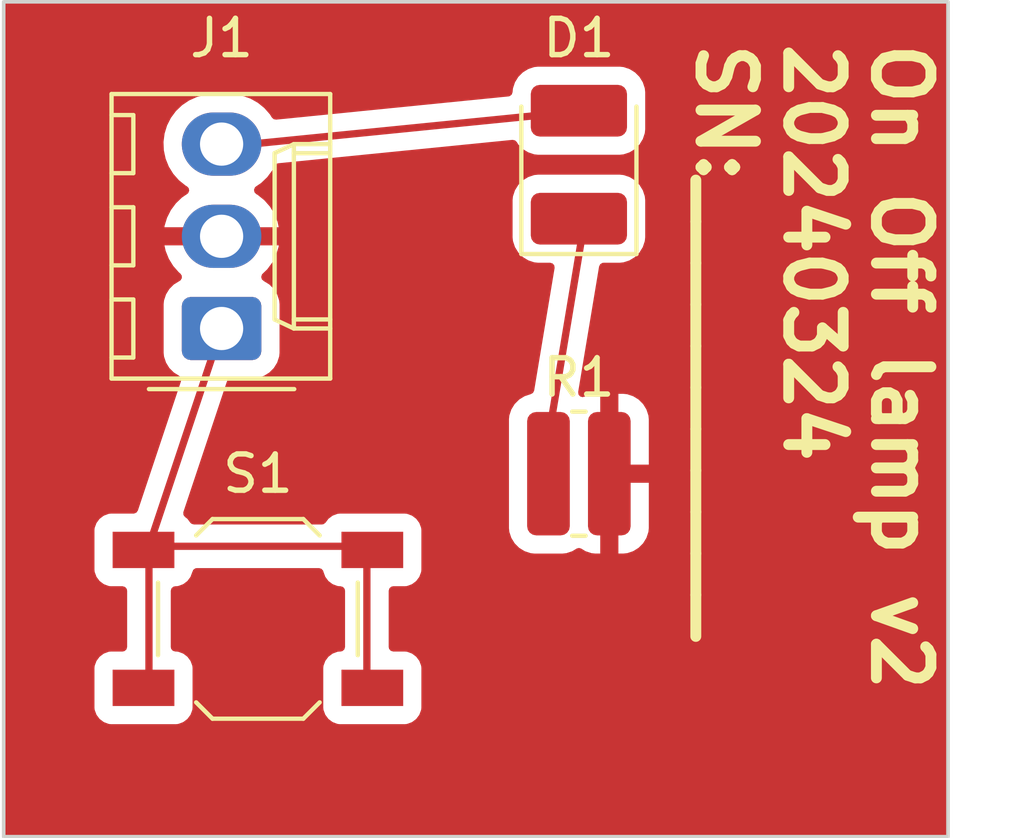
<source format=kicad_pcb>
(kicad_pcb (version 20221018) (generator pcbnew)
  (layers (0 "F.Cu" signal) (31 "B.Cu" signal) (34 "B.Paste" user) (35 "F.Paste" user) (36 "B.SilkS" user "B.Silkscreen") (37 "F.SilkS" user "F.Silkscreen") (38 "B.Mask" user) (39 "F.Mask" user) (44 "Edge.Cuts" user))
  (net 0 "")
  (net 1 "Net-(D1-K)")
  (net 2 "+3.3V")
  (net 3 "GND")
  (net 4 "Net-(J1-Pin_1)")
  (footprint "Button_Switch_SMD:SW_SPST_TL3342" (layer "F.Cu") (at 134 119)
    (fp_text reference "S1" (at 0 -4) (layer "F.SilkS"))
    (fp_text value "SWITCH_TACTILE_SPST-NO_0.05A_24V")
    (fp_line (start -2.75 -1) (end -2.75 1) (stroke (width 0.12)) (layer "F.SilkS"))
    (fp_line (start -1.7 -2.3) (end -1.25 -2.75) (stroke (width 0.12)) (layer "F.SilkS"))
    (fp_line (start -1.7 2.3) (end -1.25 2.75) (stroke (width 0.12)) (layer "F.SilkS"))
    (fp_line (start -1.25 -2.75) (end 1.25 -2.75) (stroke (width 0.12)) (layer "F.SilkS"))
    (fp_line (start -1.25 2.75) (end 1.25 2.75) (stroke (width 0.12)) (layer "F.SilkS"))
    (fp_line (start 1.7 -2.3) (end 1.25 -2.75) (stroke (width 0.12)) (layer "F.SilkS"))
    (fp_line (start 1.7 2.3) (end 1.25 2.75) (stroke (width 0.12)) (layer "F.SilkS"))
    (fp_line (start 2.75 -1) (end 2.75 1) (stroke (width 0.12)) (layer "F.SilkS"))
    (pad "1" smd rect (at -3.15 -1.9) (size 1.7 1) (layers "F.Cu" "F.Paste" "F.Mask") (net 4 "Net-(J1-Pin_1)"))
    (pad "1" smd rect (at 3.15 -1.9) (size 1.7 1) (layers "F.Cu" "F.Paste" "F.Mask") (net 4 "Net-(J1-Pin_1)"))
    (pad "2" smd rect (at -3.15 1.9) (size 1.7 1) (layers "F.Cu" "F.Paste" "F.Mask") (net 4 "Net-(J1-Pin_1)"))
    (pad "2" smd rect (at 3.15 1.9) (size 1.7 1) (layers "F.Cu" "F.Paste" "F.Mask") (net 4 "Net-(J1-Pin_1)"))
  )
  (footprint "LED_SMD:LED_1210_3225Metric_Pad1.42x2.65mm_HandSolder" (layer "F.Cu") (at 142.8375 106.4875 90)
    (fp_text reference "D1" (at 3.4875 0 180) (layer "F.SilkS"))
    (fp_text value "LED")
    (fp_line (start -2.46 -1.585) (end -2.46 1.585) (stroke (width 0.12)) (layer "F.SilkS"))
    (fp_line (start -2.46 1.585) (end 1.6 1.585) (stroke (width 0.12)) (layer "F.SilkS"))
    (fp_line (start 1.6 -1.585) (end -2.46 -1.585) (stroke (width 0.12)) (layer "F.SilkS"))
    (pad "1" smd roundrect (at -1.4875 0 90) (size 1.425 2.65) (layers "F.Cu" "F.Paste" "F.Mask") (roundrect_rratio 0.175439) (net 1 "Net-(D1-K)"))
    (pad "2" smd roundrect (at 1.4875 0 90) (size 1.425 2.65) (layers "F.Cu" "F.Paste" "F.Mask") (roundrect_rratio 0.175439) (net 2 "+3.3V"))
  )
  (footprint "Connector_Molex:Molex_KK-254_AE-6410-03A_1x03_P2.54mm_Vertical" (layer "F.Cu") (at 133 111 90)
    (fp_text reference "J1" (at 8 0 180) (layer "F.SilkS"))
    (fp_text value "Conn_01x03")
    (fp_line (start -1.67 -2) (end -1.67 2) (stroke (width 0.12)) (layer "F.SilkS"))
    (fp_line (start -1.38 -3.03) (end -1.38 2.99) (stroke (width 0.12)) (layer "F.SilkS"))
    (fp_line (start -1.38 2.99) (end 6.46 2.99) (stroke (width 0.12)) (layer "F.SilkS"))
    (fp_line (start -0.8 -3.03) (end -0.8 -2.43) (stroke (width 0.12)) (layer "F.SilkS"))
    (fp_line (start -0.8 -2.43) (end 0.8 -2.43) (stroke (width 0.12)) (layer "F.SilkS"))
    (fp_line (start 0 1.99) (end 0.25 1.46) (stroke (width 0.12)) (layer "F.SilkS"))
    (fp_line (start 0 1.99) (end 5.08 1.99) (stroke (width 0.12)) (layer "F.SilkS"))
    (fp_line (start 0 2.99) (end 0 1.99) (stroke (width 0.12)) (layer "F.SilkS"))
    (fp_line (start 0.25 1.46) (end 4.83 1.46) (stroke (width 0.12)) (layer "F.SilkS"))
    (fp_line (start 0.25 2.99) (end 0.25 1.99) (stroke (width 0.12)) (layer "F.SilkS"))
    (fp_line (start 0.8 -2.43) (end 0.8 -3.03) (stroke (width 0.12)) (layer "F.SilkS"))
    (fp_line (start 1.74 -3.03) (end 1.74 -2.43) (stroke (width 0.12)) (layer "F.SilkS"))
    (fp_line (start 1.74 -2.43) (end 3.34 -2.43) (stroke (width 0.12)) (layer "F.SilkS"))
    (fp_line (start 3.34 -2.43) (end 3.34 -3.03) (stroke (width 0.12)) (layer "F.SilkS"))
    (fp_line (start 4.28 -3.03) (end 4.28 -2.43) (stroke (width 0.12)) (layer "F.SilkS"))
    (fp_line (start 4.28 -2.43) (end 5.88 -2.43) (stroke (width 0.12)) (layer "F.SilkS"))
    (fp_line (start 4.83 1.46) (end 5.08 1.99) (stroke (width 0.12)) (layer "F.SilkS"))
    (fp_line (start 4.83 2.99) (end 4.83 1.99) (stroke (width 0.12)) (layer "F.SilkS"))
    (fp_line (start 5.08 1.99) (end 5.08 2.99) (stroke (width 0.12)) (layer "F.SilkS"))
    (fp_line (start 5.88 -2.43) (end 5.88 -3.03) (stroke (width 0.12)) (layer "F.SilkS"))
    (fp_line (start 6.46 -3.03) (end -1.38 -3.03) (stroke (width 0.12)) (layer "F.SilkS"))
    (fp_line (start 6.46 2.99) (end 6.46 -3.03) (stroke (width 0.12)) (layer "F.SilkS"))
    (pad "1" thru_hole roundrect (at 0 0 90) (size 1.74 2.19) (drill 1.19) (layers "*.Cu" "*.Mask") (roundrect_rratio 0.143678) (net 4 "Net-(J1-Pin_1)"))
    (pad "2" thru_hole oval (at 2.54 0 90) (size 1.74 2.19) (drill 1.19) (layers "*.Cu" "*.Mask") (net 3 "GND"))
    (pad "3" thru_hole oval (at 5.08 0 90) (size 1.74 2.19) (drill 1.19) (layers "*.Cu" "*.Mask") (net 2 "+3.3V"))
  )
  (footprint "Resistor_SMD:R_0612_1632Metric_Pad1.18x3.40mm_HandSolder" (layer "F.Cu") (at 142.8375 115)
    (fp_text reference "R1" (at 0 -2.65) (layer "F.SilkS"))
    (fp_text value "R_Small")
    (fp_line (start -0.182983 -1.71) (end 0.182983 -1.71) (stroke (width 0.12)) (layer "F.SilkS"))
    (fp_line (start -0.182983 1.71) (end 0.182983 1.71) (stroke (width 0.12)) (layer "F.SilkS"))
    (pad "1" smd roundrect (at -0.8375 0) (size 1.175 3.4) (layers "F.Cu" "F.Paste" "F.Mask") (roundrect_rratio 0.212766) (net 1 "Net-(D1-K)"))
    (pad "2" smd roundrect (at 0.8375 0) (size 1.175 3.4) (layers "F.Cu" "F.Paste" "F.Mask") (roundrect_rratio 0.212766) (net 3 "GND"))
  )
  (gr_line (start 137 121) (end 137 117) (stroke (width 0.2)) (layer "F.Cu"))
  (gr_line (start 133 111) (end 131 117) (stroke (width 0.2)) (layer "F.Cu"))
  (gr_line (start 142 114) (end 143 108) (stroke (width 0.2)) (layer "F.Cu"))
  (gr_line (start 131 117) (end 131 121) (stroke (width 0.2)) (layer "F.Cu"))
  (gr_line (start 143 105) (end 133 106) (stroke (width 0.2)) (layer "F.Cu"))
  (gr_line (start 143 108) (end 142 108) (stroke (width 0.2)) (layer "F.Cu"))
  (gr_line (start 137 117) (end 131 117) (stroke (width 0.2)) (layer "F.Cu"))
  (gr_rect (start 127 102) (end 153 125) (stroke (width 0.1)) (fill none) (layer "Edge.Cuts"))
  (gr_text "On Off lamp v2\n20240324\nSN:___________" (at 146 103 -90) (layer "F.SilkS") (effects (font (size 1.5 1.5) (thickness 0.3) bold) (justify left bottom)))
  (zone (net 3) (net_name "GND") (layer "F.Cu") (connect_pads (clearance 0.5)) (min_thickness 0.25) (fill yes (thermal_gap 0.5) (thermal_bridge_width 0.5))
    (polygon (pts (xy 127 102) (xy 153 102) (xy 153 125) (xy 127 125) (xy 127 123)))
  )
)
</source>
